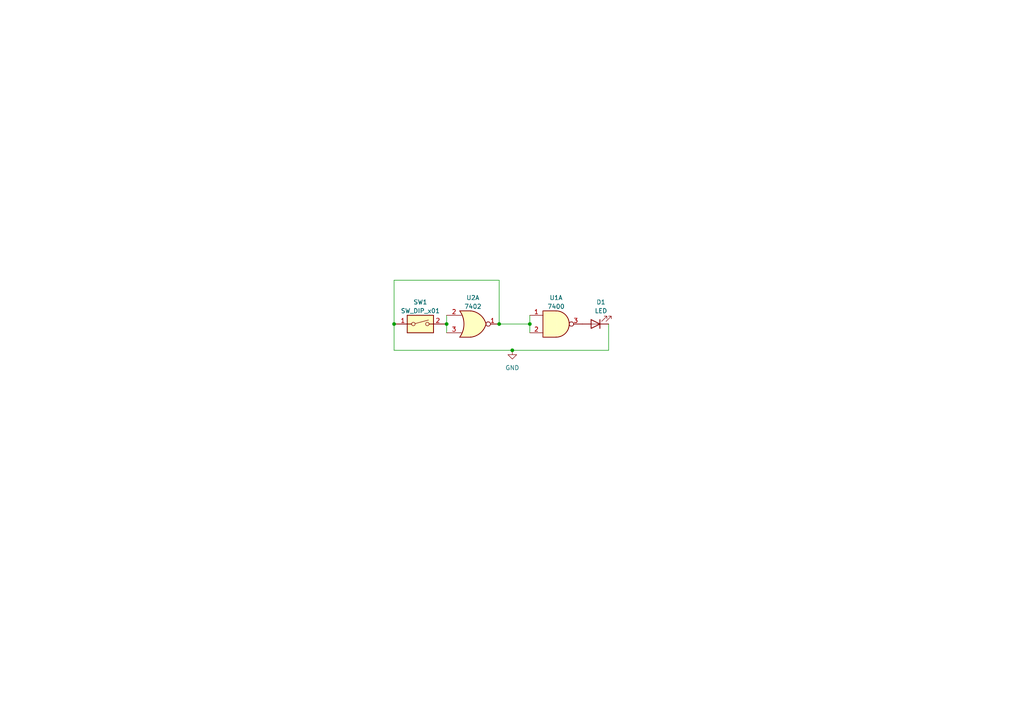
<source format=kicad_sch>
(kicad_sch (version 20230121) (generator eeschema)

  (uuid b2c2918b-4aac-4a65-b902-923319962657)

  (paper "A4")

  (lib_symbols
    (symbol "74xx:7400" (pin_names (offset 1.016)) (in_bom yes) (on_board yes)
      (property "Reference" "U" (at 0 1.27 0)
        (effects (font (size 1.27 1.27)))
      )
      (property "Value" "7400" (at 0 -1.27 0)
        (effects (font (size 1.27 1.27)))
      )
      (property "Footprint" "" (at 0 0 0)
        (effects (font (size 1.27 1.27)) hide)
      )
      (property "Datasheet" "http://www.ti.com/lit/gpn/sn7400" (at 0 0 0)
        (effects (font (size 1.27 1.27)) hide)
      )
      (property "ki_locked" "" (at 0 0 0)
        (effects (font (size 1.27 1.27)))
      )
      (property "ki_keywords" "TTL nand 2-input" (at 0 0 0)
        (effects (font (size 1.27 1.27)) hide)
      )
      (property "ki_description" "quad 2-input NAND gate" (at 0 0 0)
        (effects (font (size 1.27 1.27)) hide)
      )
      (property "ki_fp_filters" "DIP*W7.62mm* SO14*" (at 0 0 0)
        (effects (font (size 1.27 1.27)) hide)
      )
      (symbol "7400_1_1"
        (arc (start 0 -3.81) (mid 3.7934 0) (end 0 3.81)
          (stroke (width 0.254) (type default))
          (fill (type background))
        )
        (polyline
          (pts
            (xy 0 3.81)
            (xy -3.81 3.81)
            (xy -3.81 -3.81)
            (xy 0 -3.81)
          )
          (stroke (width 0.254) (type default))
          (fill (type background))
        )
        (pin input line (at -7.62 2.54 0) (length 3.81)
          (name "~" (effects (font (size 1.27 1.27))))
          (number "1" (effects (font (size 1.27 1.27))))
        )
        (pin input line (at -7.62 -2.54 0) (length 3.81)
          (name "~" (effects (font (size 1.27 1.27))))
          (number "2" (effects (font (size 1.27 1.27))))
        )
        (pin output inverted (at 7.62 0 180) (length 3.81)
          (name "~" (effects (font (size 1.27 1.27))))
          (number "3" (effects (font (size 1.27 1.27))))
        )
      )
      (symbol "7400_1_2"
        (arc (start -3.81 -3.81) (mid -2.589 0) (end -3.81 3.81)
          (stroke (width 0.254) (type default))
          (fill (type none))
        )
        (arc (start -0.6096 -3.81) (mid 2.1842 -2.5851) (end 3.81 0)
          (stroke (width 0.254) (type default))
          (fill (type background))
        )
        (polyline
          (pts
            (xy -3.81 -3.81)
            (xy -0.635 -3.81)
          )
          (stroke (width 0.254) (type default))
          (fill (type background))
        )
        (polyline
          (pts
            (xy -3.81 3.81)
            (xy -0.635 3.81)
          )
          (stroke (width 0.254) (type default))
          (fill (type background))
        )
        (polyline
          (pts
            (xy -0.635 3.81)
            (xy -3.81 3.81)
            (xy -3.81 3.81)
            (xy -3.556 3.4036)
            (xy -3.0226 2.2606)
            (xy -2.6924 1.0414)
            (xy -2.6162 -0.254)
            (xy -2.7686 -1.4986)
            (xy -3.175 -2.7178)
            (xy -3.81 -3.81)
            (xy -3.81 -3.81)
            (xy -0.635 -3.81)
          )
          (stroke (width -25.4) (type default))
          (fill (type background))
        )
        (arc (start 3.81 0) (mid 2.1915 2.5936) (end -0.6096 3.81)
          (stroke (width 0.254) (type default))
          (fill (type background))
        )
        (pin input inverted (at -7.62 2.54 0) (length 4.318)
          (name "~" (effects (font (size 1.27 1.27))))
          (number "1" (effects (font (size 1.27 1.27))))
        )
        (pin input inverted (at -7.62 -2.54 0) (length 4.318)
          (name "~" (effects (font (size 1.27 1.27))))
          (number "2" (effects (font (size 1.27 1.27))))
        )
        (pin output line (at 7.62 0 180) (length 3.81)
          (name "~" (effects (font (size 1.27 1.27))))
          (number "3" (effects (font (size 1.27 1.27))))
        )
      )
      (symbol "7400_2_1"
        (arc (start 0 -3.81) (mid 3.7934 0) (end 0 3.81)
          (stroke (width 0.254) (type default))
          (fill (type background))
        )
        (polyline
          (pts
            (xy 0 3.81)
            (xy -3.81 3.81)
            (xy -3.81 -3.81)
            (xy 0 -3.81)
          )
          (stroke (width 0.254) (type default))
          (fill (type background))
        )
        (pin input line (at -7.62 2.54 0) (length 3.81)
          (name "~" (effects (font (size 1.27 1.27))))
          (number "4" (effects (font (size 1.27 1.27))))
        )
        (pin input line (at -7.62 -2.54 0) (length 3.81)
          (name "~" (effects (font (size 1.27 1.27))))
          (number "5" (effects (font (size 1.27 1.27))))
        )
        (pin output inverted (at 7.62 0 180) (length 3.81)
          (name "~" (effects (font (size 1.27 1.27))))
          (number "6" (effects (font (size 1.27 1.27))))
        )
      )
      (symbol "7400_2_2"
        (arc (start -3.81 -3.81) (mid -2.589 0) (end -3.81 3.81)
          (stroke (width 0.254) (type default))
          (fill (type none))
        )
        (arc (start -0.6096 -3.81) (mid 2.1842 -2.5851) (end 3.81 0)
          (stroke (width 0.254) (type default))
          (fill (type background))
        )
        (polyline
          (pts
            (xy -3.81 -3.81)
            (xy -0.635 -3.81)
          )
          (stroke (width 0.254) (type default))
          (fill (type background))
        )
        (polyline
          (pts
            (xy -3.81 3.81)
            (xy -0.635 3.81)
          )
          (stroke (width 0.254) (type default))
          (fill (type background))
        )
        (polyline
          (pts
            (xy -0.635 3.81)
            (xy -3.81 3.81)
            (xy -3.81 3.81)
            (xy -3.556 3.4036)
            (xy -3.0226 2.2606)
            (xy -2.6924 1.0414)
            (xy -2.6162 -0.254)
            (xy -2.7686 -1.4986)
            (xy -3.175 -2.7178)
            (xy -3.81 -3.81)
            (xy -3.81 -3.81)
            (xy -0.635 -3.81)
          )
          (stroke (width -25.4) (type default))
          (fill (type background))
        )
        (arc (start 3.81 0) (mid 2.1915 2.5936) (end -0.6096 3.81)
          (stroke (width 0.254) (type default))
          (fill (type background))
        )
        (pin input inverted (at -7.62 2.54 0) (length 4.318)
          (name "~" (effects (font (size 1.27 1.27))))
          (number "4" (effects (font (size 1.27 1.27))))
        )
        (pin input inverted (at -7.62 -2.54 0) (length 4.318)
          (name "~" (effects (font (size 1.27 1.27))))
          (number "5" (effects (font (size 1.27 1.27))))
        )
        (pin output line (at 7.62 0 180) (length 3.81)
          (name "~" (effects (font (size 1.27 1.27))))
          (number "6" (effects (font (size 1.27 1.27))))
        )
      )
      (symbol "7400_3_1"
        (arc (start 0 -3.81) (mid 3.7934 0) (end 0 3.81)
          (stroke (width 0.254) (type default))
          (fill (type background))
        )
        (polyline
          (pts
            (xy 0 3.81)
            (xy -3.81 3.81)
            (xy -3.81 -3.81)
            (xy 0 -3.81)
          )
          (stroke (width 0.254) (type default))
          (fill (type background))
        )
        (pin input line (at -7.62 -2.54 0) (length 3.81)
          (name "~" (effects (font (size 1.27 1.27))))
          (number "10" (effects (font (size 1.27 1.27))))
        )
        (pin output inverted (at 7.62 0 180) (length 3.81)
          (name "~" (effects (font (size 1.27 1.27))))
          (number "8" (effects (font (size 1.27 1.27))))
        )
        (pin input line (at -7.62 2.54 0) (length 3.81)
          (name "~" (effects (font (size 1.27 1.27))))
          (number "9" (effects (font (size 1.27 1.27))))
        )
      )
      (symbol "7400_3_2"
        (arc (start -3.81 -3.81) (mid -2.589 0) (end -3.81 3.81)
          (stroke (width 0.254) (type default))
          (fill (type none))
        )
        (arc (start -0.6096 -3.81) (mid 2.1842 -2.5851) (end 3.81 0)
          (stroke (width 0.254) (type default))
          (fill (type background))
        )
        (polyline
          (pts
            (xy -3.81 -3.81)
            (xy -0.635 -3.81)
          )
          (stroke (width 0.254) (type default))
          (fill (type background))
        )
        (polyline
          (pts
            (xy -3.81 3.81)
            (xy -0.635 3.81)
          )
          (stroke (width 0.254) (type default))
          (fill (type background))
        )
        (polyline
          (pts
            (xy -0.635 3.81)
            (xy -3.81 3.81)
            (xy -3.81 3.81)
            (xy -3.556 3.4036)
            (xy -3.0226 2.2606)
            (xy -2.6924 1.0414)
            (xy -2.6162 -0.254)
            (xy -2.7686 -1.4986)
            (xy -3.175 -2.7178)
            (xy -3.81 -3.81)
            (xy -3.81 -3.81)
            (xy -0.635 -3.81)
          )
          (stroke (width -25.4) (type default))
          (fill (type background))
        )
        (arc (start 3.81 0) (mid 2.1915 2.5936) (end -0.6096 3.81)
          (stroke (width 0.254) (type default))
          (fill (type background))
        )
        (pin input inverted (at -7.62 -2.54 0) (length 4.318)
          (name "~" (effects (font (size 1.27 1.27))))
          (number "10" (effects (font (size 1.27 1.27))))
        )
        (pin output line (at 7.62 0 180) (length 3.81)
          (name "~" (effects (font (size 1.27 1.27))))
          (number "8" (effects (font (size 1.27 1.27))))
        )
        (pin input inverted (at -7.62 2.54 0) (length 4.318)
          (name "~" (effects (font (size 1.27 1.27))))
          (number "9" (effects (font (size 1.27 1.27))))
        )
      )
      (symbol "7400_4_1"
        (arc (start 0 -3.81) (mid 3.7934 0) (end 0 3.81)
          (stroke (width 0.254) (type default))
          (fill (type background))
        )
        (polyline
          (pts
            (xy 0 3.81)
            (xy -3.81 3.81)
            (xy -3.81 -3.81)
            (xy 0 -3.81)
          )
          (stroke (width 0.254) (type default))
          (fill (type background))
        )
        (pin output inverted (at 7.62 0 180) (length 3.81)
          (name "~" (effects (font (size 1.27 1.27))))
          (number "11" (effects (font (size 1.27 1.27))))
        )
        (pin input line (at -7.62 2.54 0) (length 3.81)
          (name "~" (effects (font (size 1.27 1.27))))
          (number "12" (effects (font (size 1.27 1.27))))
        )
        (pin input line (at -7.62 -2.54 0) (length 3.81)
          (name "~" (effects (font (size 1.27 1.27))))
          (number "13" (effects (font (size 1.27 1.27))))
        )
      )
      (symbol "7400_4_2"
        (arc (start -3.81 -3.81) (mid -2.589 0) (end -3.81 3.81)
          (stroke (width 0.254) (type default))
          (fill (type none))
        )
        (arc (start -0.6096 -3.81) (mid 2.1842 -2.5851) (end 3.81 0)
          (stroke (width 0.254) (type default))
          (fill (type background))
        )
        (polyline
          (pts
            (xy -3.81 -3.81)
            (xy -0.635 -3.81)
          )
          (stroke (width 0.254) (type default))
          (fill (type background))
        )
        (polyline
          (pts
            (xy -3.81 3.81)
            (xy -0.635 3.81)
          )
          (stroke (width 0.254) (type default))
          (fill (type background))
        )
        (polyline
          (pts
            (xy -0.635 3.81)
            (xy -3.81 3.81)
            (xy -3.81 3.81)
            (xy -3.556 3.4036)
            (xy -3.0226 2.2606)
            (xy -2.6924 1.0414)
            (xy -2.6162 -0.254)
            (xy -2.7686 -1.4986)
            (xy -3.175 -2.7178)
            (xy -3.81 -3.81)
            (xy -3.81 -3.81)
            (xy -0.635 -3.81)
          )
          (stroke (width -25.4) (type default))
          (fill (type background))
        )
        (arc (start 3.81 0) (mid 2.1915 2.5936) (end -0.6096 3.81)
          (stroke (width 0.254) (type default))
          (fill (type background))
        )
        (pin output line (at 7.62 0 180) (length 3.81)
          (name "~" (effects (font (size 1.27 1.27))))
          (number "11" (effects (font (size 1.27 1.27))))
        )
        (pin input inverted (at -7.62 2.54 0) (length 4.318)
          (name "~" (effects (font (size 1.27 1.27))))
          (number "12" (effects (font (size 1.27 1.27))))
        )
        (pin input inverted (at -7.62 -2.54 0) (length 4.318)
          (name "~" (effects (font (size 1.27 1.27))))
          (number "13" (effects (font (size 1.27 1.27))))
        )
      )
      (symbol "7400_5_0"
        (pin power_in line (at 0 12.7 270) (length 5.08)
          (name "VCC" (effects (font (size 1.27 1.27))))
          (number "14" (effects (font (size 1.27 1.27))))
        )
        (pin power_in line (at 0 -12.7 90) (length 5.08)
          (name "GND" (effects (font (size 1.27 1.27))))
          (number "7" (effects (font (size 1.27 1.27))))
        )
      )
      (symbol "7400_5_1"
        (rectangle (start -5.08 7.62) (end 5.08 -7.62)
          (stroke (width 0.254) (type default))
          (fill (type background))
        )
      )
    )
    (symbol "74xx:7402" (pin_names (offset 1.016)) (in_bom yes) (on_board yes)
      (property "Reference" "U" (at 0 1.27 0)
        (effects (font (size 1.27 1.27)))
      )
      (property "Value" "7402" (at 0 -1.27 0)
        (effects (font (size 1.27 1.27)))
      )
      (property "Footprint" "" (at 0 0 0)
        (effects (font (size 1.27 1.27)) hide)
      )
      (property "Datasheet" "http://www.ti.com/lit/gpn/sn7402" (at 0 0 0)
        (effects (font (size 1.27 1.27)) hide)
      )
      (property "ki_locked" "" (at 0 0 0)
        (effects (font (size 1.27 1.27)))
      )
      (property "ki_keywords" "TTL Nor2" (at 0 0 0)
        (effects (font (size 1.27 1.27)) hide)
      )
      (property "ki_description" "quad 2-input NOR gate" (at 0 0 0)
        (effects (font (size 1.27 1.27)) hide)
      )
      (property "ki_fp_filters" "SO14* DIP*W7.62mm*" (at 0 0 0)
        (effects (font (size 1.27 1.27)) hide)
      )
      (symbol "7402_1_1"
        (arc (start -3.81 -3.81) (mid -2.589 0) (end -3.81 3.81)
          (stroke (width 0.254) (type default))
          (fill (type none))
        )
        (arc (start -0.6096 -3.81) (mid 2.1842 -2.5851) (end 3.81 0)
          (stroke (width 0.254) (type default))
          (fill (type background))
        )
        (polyline
          (pts
            (xy -3.81 -3.81)
            (xy -0.635 -3.81)
          )
          (stroke (width 0.254) (type default))
          (fill (type background))
        )
        (polyline
          (pts
            (xy -3.81 3.81)
            (xy -0.635 3.81)
          )
          (stroke (width 0.254) (type default))
          (fill (type background))
        )
        (polyline
          (pts
            (xy -0.635 3.81)
            (xy -3.81 3.81)
            (xy -3.81 3.81)
            (xy -3.556 3.4036)
            (xy -3.0226 2.2606)
            (xy -2.6924 1.0414)
            (xy -2.6162 -0.254)
            (xy -2.7686 -1.4986)
            (xy -3.175 -2.7178)
            (xy -3.81 -3.81)
            (xy -3.81 -3.81)
            (xy -0.635 -3.81)
          )
          (stroke (width -25.4) (type default))
          (fill (type background))
        )
        (arc (start 3.81 0) (mid 2.1915 2.5936) (end -0.6096 3.81)
          (stroke (width 0.254) (type default))
          (fill (type background))
        )
        (pin output inverted (at 7.62 0 180) (length 3.81)
          (name "~" (effects (font (size 1.27 1.27))))
          (number "1" (effects (font (size 1.27 1.27))))
        )
        (pin input line (at -7.62 2.54 0) (length 4.318)
          (name "~" (effects (font (size 1.27 1.27))))
          (number "2" (effects (font (size 1.27 1.27))))
        )
        (pin input line (at -7.62 -2.54 0) (length 4.318)
          (name "~" (effects (font (size 1.27 1.27))))
          (number "3" (effects (font (size 1.27 1.27))))
        )
      )
      (symbol "7402_1_2"
        (arc (start 0 -3.81) (mid 3.7934 0) (end 0 3.81)
          (stroke (width 0.254) (type default))
          (fill (type background))
        )
        (polyline
          (pts
            (xy 0 3.81)
            (xy -3.81 3.81)
            (xy -3.81 -3.81)
            (xy 0 -3.81)
          )
          (stroke (width 0.254) (type default))
          (fill (type background))
        )
        (pin output line (at 7.62 0 180) (length 3.81)
          (name "~" (effects (font (size 1.27 1.27))))
          (number "1" (effects (font (size 1.27 1.27))))
        )
        (pin input inverted (at -7.62 2.54 0) (length 3.81)
          (name "~" (effects (font (size 1.27 1.27))))
          (number "2" (effects (font (size 1.27 1.27))))
        )
        (pin input inverted (at -7.62 -2.54 0) (length 3.81)
          (name "~" (effects (font (size 1.27 1.27))))
          (number "3" (effects (font (size 1.27 1.27))))
        )
      )
      (symbol "7402_2_1"
        (arc (start -3.81 -3.81) (mid -2.589 0) (end -3.81 3.81)
          (stroke (width 0.254) (type default))
          (fill (type none))
        )
        (arc (start -0.6096 -3.81) (mid 2.1842 -2.5851) (end 3.81 0)
          (stroke (width 0.254) (type default))
          (fill (type background))
        )
        (polyline
          (pts
            (xy -3.81 -3.81)
            (xy -0.635 -3.81)
          )
          (stroke (width 0.254) (type default))
          (fill (type background))
        )
        (polyline
          (pts
            (xy -3.81 3.81)
            (xy -0.635 3.81)
          )
          (stroke (width 0.254) (type default))
          (fill (type background))
        )
        (polyline
          (pts
            (xy -0.635 3.81)
            (xy -3.81 3.81)
            (xy -3.81 3.81)
            (xy -3.556 3.4036)
            (xy -3.0226 2.2606)
            (xy -2.6924 1.0414)
            (xy -2.6162 -0.254)
            (xy -2.7686 -1.4986)
            (xy -3.175 -2.7178)
            (xy -3.81 -3.81)
            (xy -3.81 -3.81)
            (xy -0.635 -3.81)
          )
          (stroke (width -25.4) (type default))
          (fill (type background))
        )
        (arc (start 3.81 0) (mid 2.1915 2.5936) (end -0.6096 3.81)
          (stroke (width 0.254) (type default))
          (fill (type background))
        )
        (pin output inverted (at 7.62 0 180) (length 3.81)
          (name "~" (effects (font (size 1.27 1.27))))
          (number "4" (effects (font (size 1.27 1.27))))
        )
        (pin input line (at -7.62 2.54 0) (length 4.318)
          (name "~" (effects (font (size 1.27 1.27))))
          (number "5" (effects (font (size 1.27 1.27))))
        )
        (pin input line (at -7.62 -2.54 0) (length 4.318)
          (name "~" (effects (font (size 1.27 1.27))))
          (number "6" (effects (font (size 1.27 1.27))))
        )
      )
      (symbol "7402_2_2"
        (arc (start 0 -3.81) (mid 3.7934 0) (end 0 3.81)
          (stroke (width 0.254) (type default))
          (fill (type background))
        )
        (polyline
          (pts
            (xy 0 3.81)
            (xy -3.81 3.81)
            (xy -3.81 -3.81)
            (xy 0 -3.81)
          )
          (stroke (width 0.254) (type default))
          (fill (type background))
        )
        (pin output line (at 7.62 0 180) (length 3.81)
          (name "~" (effects (font (size 1.27 1.27))))
          (number "4" (effects (font (size 1.27 1.27))))
        )
        (pin input inverted (at -7.62 2.54 0) (length 3.81)
          (name "~" (effects (font (size 1.27 1.27))))
          (number "5" (effects (font (size 1.27 1.27))))
        )
        (pin input inverted (at -7.62 -2.54 0) (length 3.81)
          (name "~" (effects (font (size 1.27 1.27))))
          (number "6" (effects (font (size 1.27 1.27))))
        )
      )
      (symbol "7402_3_1"
        (arc (start -3.81 -3.81) (mid -2.589 0) (end -3.81 3.81)
          (stroke (width 0.254) (type default))
          (fill (type none))
        )
        (arc (start -0.6096 -3.81) (mid 2.1842 -2.5851) (end 3.81 0)
          (stroke (width 0.254) (type default))
          (fill (type background))
        )
        (polyline
          (pts
            (xy -3.81 -3.81)
            (xy -0.635 -3.81)
          )
          (stroke (width 0.254) (type default))
          (fill (type background))
        )
        (polyline
          (pts
            (xy -3.81 3.81)
            (xy -0.635 3.81)
          )
          (stroke (width 0.254) (type default))
          (fill (type background))
        )
        (polyline
          (pts
            (xy -0.635 3.81)
            (xy -3.81 3.81)
            (xy -3.81 3.81)
            (xy -3.556 3.4036)
            (xy -3.0226 2.2606)
            (xy -2.6924 1.0414)
            (xy -2.6162 -0.254)
            (xy -2.7686 -1.4986)
            (xy -3.175 -2.7178)
            (xy -3.81 -3.81)
            (xy -3.81 -3.81)
            (xy -0.635 -3.81)
          )
          (stroke (width -25.4) (type default))
          (fill (type background))
        )
        (arc (start 3.81 0) (mid 2.1915 2.5936) (end -0.6096 3.81)
          (stroke (width 0.254) (type default))
          (fill (type background))
        )
        (pin output inverted (at 7.62 0 180) (length 3.81)
          (name "~" (effects (font (size 1.27 1.27))))
          (number "10" (effects (font (size 1.27 1.27))))
        )
        (pin input line (at -7.62 2.54 0) (length 4.318)
          (name "~" (effects (font (size 1.27 1.27))))
          (number "8" (effects (font (size 1.27 1.27))))
        )
        (pin input line (at -7.62 -2.54 0) (length 4.318)
          (name "~" (effects (font (size 1.27 1.27))))
          (number "9" (effects (font (size 1.27 1.27))))
        )
      )
      (symbol "7402_3_2"
        (arc (start 0 -3.81) (mid 3.7934 0) (end 0 3.81)
          (stroke (width 0.254) (type default))
          (fill (type background))
        )
        (polyline
          (pts
            (xy 0 3.81)
            (xy -3.81 3.81)
            (xy -3.81 -3.81)
            (xy 0 -3.81)
          )
          (stroke (width 0.254) (type default))
          (fill (type background))
        )
        (pin output line (at 7.62 0 180) (length 3.81)
          (name "~" (effects (font (size 1.27 1.27))))
          (number "10" (effects (font (size 1.27 1.27))))
        )
        (pin input inverted (at -7.62 2.54 0) (length 3.81)
          (name "~" (effects (font (size 1.27 1.27))))
          (number "8" (effects (font (size 1.27 1.27))))
        )
        (pin input inverted (at -7.62 -2.54 0) (length 3.81)
          (name "~" (effects (font (size 1.27 1.27))))
          (number "9" (effects (font (size 1.27 1.27))))
        )
      )
      (symbol "7402_4_1"
        (arc (start -3.81 -3.81) (mid -2.589 0) (end -3.81 3.81)
          (stroke (width 0.254) (type default))
          (fill (type none))
        )
        (arc (start -0.6096 -3.81) (mid 2.1842 -2.5851) (end 3.81 0)
          (stroke (width 0.254) (type default))
          (fill (type background))
        )
        (polyline
          (pts
            (xy -3.81 -3.81)
            (xy -0.635 -3.81)
          )
          (stroke (width 0.254) (type default))
          (fill (type background))
        )
        (polyline
          (pts
            (xy -3.81 3.81)
            (xy -0.635 3.81)
          )
          (stroke (width 0.254) (type default))
          (fill (type background))
        )
        (polyline
          (pts
            (xy -0.635 3.81)
            (xy -3.81 3.81)
            (xy -3.81 3.81)
            (xy -3.556 3.4036)
            (xy -3.0226 2.2606)
            (xy -2.6924 1.0414)
            (xy -2.6162 -0.254)
            (xy -2.7686 -1.4986)
            (xy -3.175 -2.7178)
            (xy -3.81 -3.81)
            (xy -3.81 -3.81)
            (xy -0.635 -3.81)
          )
          (stroke (width -25.4) (type default))
          (fill (type background))
        )
        (arc (start 3.81 0) (mid 2.1915 2.5936) (end -0.6096 3.81)
          (stroke (width 0.254) (type default))
          (fill (type background))
        )
        (pin input line (at -7.62 2.54 0) (length 4.318)
          (name "~" (effects (font (size 1.27 1.27))))
          (number "11" (effects (font (size 1.27 1.27))))
        )
        (pin input line (at -7.62 -2.54 0) (length 4.318)
          (name "~" (effects (font (size 1.27 1.27))))
          (number "12" (effects (font (size 1.27 1.27))))
        )
        (pin output inverted (at 7.62 0 180) (length 3.81)
          (name "~" (effects (font (size 1.27 1.27))))
          (number "13" (effects (font (size 1.27 1.27))))
        )
      )
      (symbol "7402_4_2"
        (arc (start 0 -3.81) (mid 3.7934 0) (end 0 3.81)
          (stroke (width 0.254) (type default))
          (fill (type background))
        )
        (polyline
          (pts
            (xy 0 3.81)
            (xy -3.81 3.81)
            (xy -3.81 -3.81)
            (xy 0 -3.81)
          )
          (stroke (width 0.254) (type default))
          (fill (type background))
        )
        (pin input inverted (at -7.62 2.54 0) (length 3.81)
          (name "~" (effects (font (size 1.27 1.27))))
          (number "11" (effects (font (size 1.27 1.27))))
        )
        (pin input inverted (at -7.62 -2.54 0) (length 3.81)
          (name "~" (effects (font (size 1.27 1.27))))
          (number "12" (effects (font (size 1.27 1.27))))
        )
        (pin output line (at 7.62 0 180) (length 3.81)
          (name "~" (effects (font (size 1.27 1.27))))
          (number "13" (effects (font (size 1.27 1.27))))
        )
      )
      (symbol "7402_5_0"
        (pin power_in line (at 0 12.7 270) (length 5.08)
          (name "VCC" (effects (font (size 1.27 1.27))))
          (number "14" (effects (font (size 1.27 1.27))))
        )
        (pin power_in line (at 0 -12.7 90) (length 5.08)
          (name "GND" (effects (font (size 1.27 1.27))))
          (number "7" (effects (font (size 1.27 1.27))))
        )
      )
      (symbol "7402_5_1"
        (rectangle (start -5.08 7.62) (end 5.08 -7.62)
          (stroke (width 0.254) (type default))
          (fill (type background))
        )
      )
    )
    (symbol "Device:LED" (pin_numbers hide) (pin_names (offset 1.016) hide) (in_bom yes) (on_board yes)
      (property "Reference" "D" (at 0 2.54 0)
        (effects (font (size 1.27 1.27)))
      )
      (property "Value" "LED" (at 0 -2.54 0)
        (effects (font (size 1.27 1.27)))
      )
      (property "Footprint" "" (at 0 0 0)
        (effects (font (size 1.27 1.27)) hide)
      )
      (property "Datasheet" "~" (at 0 0 0)
        (effects (font (size 1.27 1.27)) hide)
      )
      (property "ki_keywords" "LED diode" (at 0 0 0)
        (effects (font (size 1.27 1.27)) hide)
      )
      (property "ki_description" "Light emitting diode" (at 0 0 0)
        (effects (font (size 1.27 1.27)) hide)
      )
      (property "ki_fp_filters" "LED* LED_SMD:* LED_THT:*" (at 0 0 0)
        (effects (font (size 1.27 1.27)) hide)
      )
      (symbol "LED_0_1"
        (polyline
          (pts
            (xy -1.27 -1.27)
            (xy -1.27 1.27)
          )
          (stroke (width 0.254) (type default))
          (fill (type none))
        )
        (polyline
          (pts
            (xy -1.27 0)
            (xy 1.27 0)
          )
          (stroke (width 0) (type default))
          (fill (type none))
        )
        (polyline
          (pts
            (xy 1.27 -1.27)
            (xy 1.27 1.27)
            (xy -1.27 0)
            (xy 1.27 -1.27)
          )
          (stroke (width 0.254) (type default))
          (fill (type none))
        )
        (polyline
          (pts
            (xy -3.048 -0.762)
            (xy -4.572 -2.286)
            (xy -3.81 -2.286)
            (xy -4.572 -2.286)
            (xy -4.572 -1.524)
          )
          (stroke (width 0) (type default))
          (fill (type none))
        )
        (polyline
          (pts
            (xy -1.778 -0.762)
            (xy -3.302 -2.286)
            (xy -2.54 -2.286)
            (xy -3.302 -2.286)
            (xy -3.302 -1.524)
          )
          (stroke (width 0) (type default))
          (fill (type none))
        )
      )
      (symbol "LED_1_1"
        (pin passive line (at -3.81 0 0) (length 2.54)
          (name "K" (effects (font (size 1.27 1.27))))
          (number "1" (effects (font (size 1.27 1.27))))
        )
        (pin passive line (at 3.81 0 180) (length 2.54)
          (name "A" (effects (font (size 1.27 1.27))))
          (number "2" (effects (font (size 1.27 1.27))))
        )
      )
    )
    (symbol "Switch:SW_DIP_x01" (pin_names (offset 0) hide) (in_bom yes) (on_board yes)
      (property "Reference" "SW" (at 0 3.81 0)
        (effects (font (size 1.27 1.27)))
      )
      (property "Value" "SW_DIP_x01" (at 0 -3.81 0)
        (effects (font (size 1.27 1.27)))
      )
      (property "Footprint" "" (at 0 0 0)
        (effects (font (size 1.27 1.27)) hide)
      )
      (property "Datasheet" "~" (at 0 0 0)
        (effects (font (size 1.27 1.27)) hide)
      )
      (property "ki_keywords" "dip switch" (at 0 0 0)
        (effects (font (size 1.27 1.27)) hide)
      )
      (property "ki_description" "1x DIP Switch, Single Pole Single Throw (SPST) switch, small symbol" (at 0 0 0)
        (effects (font (size 1.27 1.27)) hide)
      )
      (property "ki_fp_filters" "SW?DIP?x1*" (at 0 0 0)
        (effects (font (size 1.27 1.27)) hide)
      )
      (symbol "SW_DIP_x01_0_0"
        (circle (center -2.032 0) (radius 0.508)
          (stroke (width 0) (type default))
          (fill (type none))
        )
        (polyline
          (pts
            (xy -1.524 0.127)
            (xy 2.3622 1.1684)
          )
          (stroke (width 0) (type default))
          (fill (type none))
        )
        (circle (center 2.032 0) (radius 0.508)
          (stroke (width 0) (type default))
          (fill (type none))
        )
      )
      (symbol "SW_DIP_x01_0_1"
        (rectangle (start -3.81 2.54) (end 3.81 -2.54)
          (stroke (width 0.254) (type default))
          (fill (type background))
        )
      )
      (symbol "SW_DIP_x01_1_1"
        (pin passive line (at -7.62 0 0) (length 5.08)
          (name "~" (effects (font (size 1.27 1.27))))
          (number "1" (effects (font (size 1.27 1.27))))
        )
        (pin passive line (at 7.62 0 180) (length 5.08)
          (name "~" (effects (font (size 1.27 1.27))))
          (number "2" (effects (font (size 1.27 1.27))))
        )
      )
    )
    (symbol "power:GND" (power) (pin_names (offset 0)) (in_bom yes) (on_board yes)
      (property "Reference" "#PWR" (at 0 -6.35 0)
        (effects (font (size 1.27 1.27)) hide)
      )
      (property "Value" "GND" (at 0 -3.81 0)
        (effects (font (size 1.27 1.27)))
      )
      (property "Footprint" "" (at 0 0 0)
        (effects (font (size 1.27 1.27)) hide)
      )
      (property "Datasheet" "" (at 0 0 0)
        (effects (font (size 1.27 1.27)) hide)
      )
      (property "ki_keywords" "global power" (at 0 0 0)
        (effects (font (size 1.27 1.27)) hide)
      )
      (property "ki_description" "Power symbol creates a global label with name \"GND\" , ground" (at 0 0 0)
        (effects (font (size 1.27 1.27)) hide)
      )
      (symbol "GND_0_1"
        (polyline
          (pts
            (xy 0 0)
            (xy 0 -1.27)
            (xy 1.27 -1.27)
            (xy 0 -2.54)
            (xy -1.27 -1.27)
            (xy 0 -1.27)
          )
          (stroke (width 0) (type default))
          (fill (type none))
        )
      )
      (symbol "GND_1_1"
        (pin power_in line (at 0 0 270) (length 0) hide
          (name "GND" (effects (font (size 1.27 1.27))))
          (number "1" (effects (font (size 1.27 1.27))))
        )
      )
    )
  )

  (junction (at 129.54 93.98) (diameter 0) (color 0 0 0 0)
    (uuid 03cfca6c-ab9f-48a3-ad96-f045ed7f963f)
  )
  (junction (at 144.78 93.98) (diameter 0) (color 0 0 0 0)
    (uuid 0a2b5525-d7c7-4368-a82a-87c31730dad3)
  )
  (junction (at 153.67 93.98) (diameter 0) (color 0 0 0 0)
    (uuid 1efb1585-2d3d-4315-91e7-71868f9ddfc8)
  )
  (junction (at 114.3 93.98) (diameter 0) (color 0 0 0 0)
    (uuid 504ccbde-0ad6-410f-b11f-1ce420c009a0)
  )
  (junction (at 148.59 101.6) (diameter 0) (color 0 0 0 0)
    (uuid cf275d42-af67-4f04-ad0b-0929cc25b809)
  )

  (wire (pts (xy 148.59 101.6) (xy 176.53 101.6))
    (stroke (width 0) (type default))
    (uuid 2308328c-ef4b-40cd-855a-46a764781c78)
  )
  (wire (pts (xy 129.54 91.44) (xy 129.54 93.98))
    (stroke (width 0) (type default))
    (uuid 2d6ea4d6-588b-4318-8b9e-e9d1babe6b52)
  )
  (wire (pts (xy 129.54 93.98) (xy 129.54 96.52))
    (stroke (width 0) (type default))
    (uuid 476244be-6580-46e7-b5db-33f5bc6bd158)
  )
  (wire (pts (xy 114.3 101.6) (xy 114.3 93.98))
    (stroke (width 0) (type default))
    (uuid 67bbef89-57c1-40ab-911c-ee68a43a6ad9)
  )
  (wire (pts (xy 114.3 101.6) (xy 148.59 101.6))
    (stroke (width 0) (type default))
    (uuid 6b7904a9-d307-4311-b8cc-bd5776f9f1cc)
  )
  (wire (pts (xy 153.67 91.44) (xy 153.67 93.98))
    (stroke (width 0) (type default))
    (uuid 705c5147-6b5b-4b04-848c-ae51598008e7)
  )
  (wire (pts (xy 176.53 101.6) (xy 176.53 93.98))
    (stroke (width 0) (type default))
    (uuid 85c47d00-617c-43ba-9498-e07f3e63cff5)
  )
  (wire (pts (xy 144.78 93.98) (xy 153.67 93.98))
    (stroke (width 0) (type default))
    (uuid a5f16750-0adb-47a8-aa4e-37f717983df5)
  )
  (wire (pts (xy 114.3 93.98) (xy 114.3 81.28))
    (stroke (width 0) (type default))
    (uuid b288826a-9b9f-40e9-9f73-ba5edd33d9bd)
  )
  (wire (pts (xy 153.67 93.98) (xy 153.67 96.52))
    (stroke (width 0) (type default))
    (uuid bef8739e-e63d-49ed-8bfc-28380a9c9487)
  )
  (wire (pts (xy 114.3 81.28) (xy 144.78 81.28))
    (stroke (width 0) (type default))
    (uuid e10d83c6-a73a-4c4e-bce4-8c60163eea8e)
  )
  (wire (pts (xy 144.78 81.28) (xy 144.78 93.98))
    (stroke (width 0) (type default))
    (uuid e168433e-2954-4755-86b3-6f71bc1c201d)
  )

  (symbol (lib_id "Switch:SW_DIP_x01") (at 121.92 93.98 0) (unit 1)
    (in_bom yes) (on_board yes) (dnp no) (fields_autoplaced)
    (uuid 48c90384-fed9-4c7f-b77f-eb0471371a1b)
    (property "Reference" "SW1" (at 121.92 87.63 0)
      (effects (font (size 1.27 1.27)))
    )
    (property "Value" "SW_DIP_x01" (at 121.92 90.17 0)
      (effects (font (size 1.27 1.27)))
    )
    (property "Footprint" "" (at 121.92 93.98 0)
      (effects (font (size 1.27 1.27)) hide)
    )
    (property "Datasheet" "~" (at 121.92 93.98 0)
      (effects (font (size 1.27 1.27)) hide)
    )
    (pin "1" (uuid 786d33a2-a8da-44dc-ae24-2da1625a73d6))
    (pin "2" (uuid a763cb1c-68e0-49a5-8344-f5490a0e2fb7))
    (instances
      (project "User Interface"
        (path "/b2c2918b-4aac-4a65-b902-923319962657"
          (reference "SW1") (unit 1)
        )
      )
    )
  )

  (symbol (lib_id "power:GND") (at 148.59 101.6 0) (unit 1)
    (in_bom yes) (on_board yes) (dnp no) (fields_autoplaced)
    (uuid 52af089e-ff3b-4fe9-b137-b89a084dfe0e)
    (property "Reference" "#PWR01" (at 148.59 107.95 0)
      (effects (font (size 1.27 1.27)) hide)
    )
    (property "Value" "GND" (at 148.59 106.68 0)
      (effects (font (size 1.27 1.27)))
    )
    (property "Footprint" "" (at 148.59 101.6 0)
      (effects (font (size 1.27 1.27)) hide)
    )
    (property "Datasheet" "" (at 148.59 101.6 0)
      (effects (font (size 1.27 1.27)) hide)
    )
    (pin "1" (uuid e0325e14-484d-4bf4-9fde-14416396f564))
    (instances
      (project "User Interface"
        (path "/b2c2918b-4aac-4a65-b902-923319962657"
          (reference "#PWR01") (unit 1)
        )
      )
    )
  )

  (symbol (lib_id "Device:LED") (at 172.72 93.98 180) (unit 1)
    (in_bom yes) (on_board yes) (dnp no) (fields_autoplaced)
    (uuid 5ac508b7-b8ad-47f9-b345-7837fcf4ca28)
    (property "Reference" "D1" (at 174.3075 87.63 0)
      (effects (font (size 1.27 1.27)))
    )
    (property "Value" "LED" (at 174.3075 90.17 0)
      (effects (font (size 1.27 1.27)))
    )
    (property "Footprint" "" (at 172.72 93.98 0)
      (effects (font (size 1.27 1.27)) hide)
    )
    (property "Datasheet" "~" (at 172.72 93.98 0)
      (effects (font (size 1.27 1.27)) hide)
    )
    (pin "1" (uuid 91d49057-4d8b-4fbd-a0a4-1cfb333a8351))
    (pin "2" (uuid 197d4e58-53c2-4f6a-aece-93dac24f6d91))
    (instances
      (project "User Interface"
        (path "/b2c2918b-4aac-4a65-b902-923319962657"
          (reference "D1") (unit 1)
        )
      )
    )
  )

  (symbol (lib_id "74xx:7400") (at 161.29 93.98 0) (unit 1)
    (in_bom yes) (on_board yes) (dnp no) (fields_autoplaced)
    (uuid a4693ac0-82df-4836-9f08-1f88bc076ed0)
    (property "Reference" "U1" (at 161.2817 86.36 0)
      (effects (font (size 1.27 1.27)))
    )
    (property "Value" "7400" (at 161.2817 88.9 0)
      (effects (font (size 1.27 1.27)))
    )
    (property "Footprint" "" (at 161.29 93.98 0)
      (effects (font (size 1.27 1.27)) hide)
    )
    (property "Datasheet" "http://www.ti.com/lit/gpn/sn7400" (at 161.29 93.98 0)
      (effects (font (size 1.27 1.27)) hide)
    )
    (pin "1" (uuid 00258859-b282-4b42-a670-00beb633b2fe))
    (pin "2" (uuid 46104c29-8f05-410a-844c-f0464eff90f6))
    (pin "3" (uuid e936c34c-1fba-45ce-8502-13b7febb5fb9))
    (pin "4" (uuid bcd2457f-06ec-4376-96ec-309df9432924))
    (pin "5" (uuid 7f942274-9fb4-475f-a0ee-1a25c7cde0d4))
    (pin "6" (uuid 761148c9-51ff-4416-bf06-0a6582e935a2))
    (pin "10" (uuid 6a472547-fd15-46db-ad11-6ac9dd628f93))
    (pin "8" (uuid 6d51a34e-b141-47e2-bc69-e319a5126188))
    (pin "9" (uuid 4a3afe4e-4583-4313-878b-3e01ef05d4c8))
    (pin "11" (uuid f66d1f66-77bf-4060-b059-b54125115bfd))
    (pin "12" (uuid e8f964ef-b357-4c71-ae07-2c3e0f09e7d4))
    (pin "13" (uuid fc999d67-82a1-42f1-9aff-34957aff881c))
    (pin "14" (uuid 1abf59cc-2909-4d79-bad2-9a4b7b4ef7ac))
    (pin "7" (uuid 4a9bf81c-8760-42c5-b93b-2edcd72ca41f))
    (instances
      (project "User Interface"
        (path "/b2c2918b-4aac-4a65-b902-923319962657"
          (reference "U1") (unit 1)
        )
      )
    )
  )

  (symbol (lib_id "74xx:7402") (at 137.16 93.98 0) (unit 1)
    (in_bom yes) (on_board yes) (dnp no) (fields_autoplaced)
    (uuid dc0004f8-f32d-4e99-b32d-da56f5827934)
    (property "Reference" "U2" (at 137.16 86.36 0)
      (effects (font (size 1.27 1.27)))
    )
    (property "Value" "7402" (at 137.16 88.9 0)
      (effects (font (size 1.27 1.27)))
    )
    (property "Footprint" "" (at 137.16 93.98 0)
      (effects (font (size 1.27 1.27)) hide)
    )
    (property "Datasheet" "http://www.ti.com/lit/gpn/sn7402" (at 137.16 93.98 0)
      (effects (font (size 1.27 1.27)) hide)
    )
    (pin "1" (uuid 0b2ffb1b-e067-431b-8045-b7be1f2680d4))
    (pin "2" (uuid 27983b33-c0a8-40ec-816a-ca310efa0afe))
    (pin "3" (uuid cce5c37e-8de5-4c6b-a1cf-24784eeee4c1))
    (pin "4" (uuid bb4bc8cb-6b99-4ca2-94ae-78b17d4c0335))
    (pin "5" (uuid 7185b5be-ac2f-40b3-a009-0681467e4966))
    (pin "6" (uuid 62129a6f-eae7-47ba-af2b-e59f666b3dd7))
    (pin "10" (uuid c336cf98-726a-4382-93b2-34d539af88e1))
    (pin "8" (uuid d731601f-5f19-476b-9c65-36c552ac9ece))
    (pin "9" (uuid da199a9c-e493-48f3-ba28-5392635242d4))
    (pin "11" (uuid 9dbc7f84-4684-4a31-8f5a-c1a278fad6a8))
    (pin "12" (uuid 59348b26-ccae-4707-bdda-05da04c72a1d))
    (pin "13" (uuid 065c67a7-0cdc-42cf-9c39-7c5ce53c298d))
    (pin "14" (uuid 0621b088-a38a-48ce-83f5-c91826e03522))
    (pin "7" (uuid 2cd06d0a-acb1-496b-b3a9-66cf100511b2))
    (instances
      (project "User Interface"
        (path "/b2c2918b-4aac-4a65-b902-923319962657"
          (reference "U2") (unit 1)
        )
      )
    )
  )

  (sheet_instances
    (path "/" (page "1"))
  )
)

</source>
